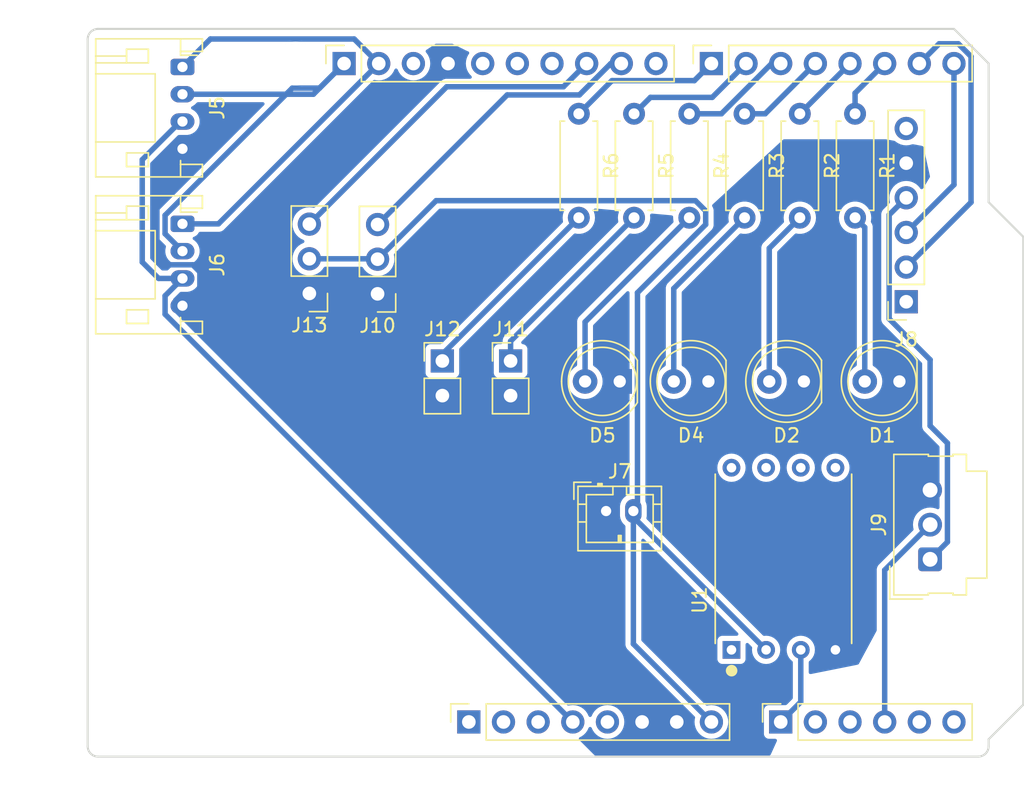
<source format=kicad_pcb>
(kicad_pcb (version 20240108) (generator "pcbnew") (generator_version "8.0")
  (title_block (date "mar. 31 mars 2015"))
  (layers (0 "F.Cu" signal) (31 "B.Cu" signal) (34 "B.Paste" user) (35 "F.Paste" user) (36 "B.SilkS" user "B.Silkscreen") (37 "F.SilkS" user "F.Silkscreen") (38 "B.Mask" user) (39 "F.Mask" user) (44 "Edge.Cuts" user))
  (net 0 "")
  (net 1 "GND")
  (net 3 "+5V")
  (net 4 "/IOREF")
  (net 5 "/A0")
  (net 6 "/A1")
  (net 7 "/A2")
  (net 8 "/A3")
  (net 9 "/SDA{slash}A4")
  (net 10 "/SCL{slash}A5")
  (net 11 "/13")
  (net 12 "/12")
  (net 13 "/AREF")
  (net 14 "/8")
  (net 15 "/7")
  (net 16 "/*11")
  (net 17 "/*10")
  (net 18 "/*9")
  (net 19 "/4")
  (net 20 "/2")
  (net 21 "/*6")
  (net 22 "/*5")
  (net 23 "/TX{slash}1")
  (net 24 "/*3")
  (net 25 "/RX{slash}0")
  (net 26 "+3V3")
  (net 27 "VCC")
  (net 28 "/~{RESET}")
  (net 29 "Net-(D1-A)")
  (net 30 "Net-(D2-A)")
  (net 31 "Net-(D4-A)")
  (net 32 "Net-(D5-A)")
  (net 35 "Net-(J11-Pin_1)")
  (net 36 "Net-(J12-Pin_1)")
  (footprint "Connector_PinSocket_2.54mm:PinSocket_1x08_P2.54mm_Vertical" (layer "F.Cu") (at 127.94 97.46 90)
    (property "Reference" "J1" (hide yes))
    (property "Value" "Power")
    (fp_line (start 1.33 -1.33) (end 1.33 0) (stroke (width 0.12)) (layer "F.SilkS"))
    (fp_line (start 0 -1.33) (end 1.33 -1.33) (stroke (width 0.12)) (layer "F.SilkS"))
    (fp_line (start 1.33 1.27) (end 1.33 19.11) (stroke (width 0.12)) (layer "F.SilkS"))
    (fp_line (start -1.33 1.27) (end 1.33 1.27) (stroke (width 0.12)) (layer "F.SilkS"))
    (fp_line (start -1.33 1.27) (end -1.33 19.11) (stroke (width 0.12)) (layer "F.SilkS"))
    (fp_line (start -1.33 19.11) (end 1.33 19.11) (stroke (width 0.12)) (layer "F.SilkS"))
    (pad "1" thru_hole rect (at 0 0 90) (size 1.7 1.7) (drill 1) (layers "*.Cu" "*.Mask"))
    (pad "2" thru_hole oval (at 0 2.54 90) (size 1.7 1.7) (drill 1) (layers "*.Cu" "*.Mask") (net 4 "/IOREF"))
    (pad "3" thru_hole oval (at 0 5.08 90) (size 1.7 1.7) (drill 1) (layers "*.Cu" "*.Mask") (net 28 "/~{RESET}"))
    (pad "4" thru_hole oval (at 0 7.62 90) (size 1.7 1.7) (drill 1) (layers "*.Cu" "*.Mask") (net 26 "+3V3"))
    (pad "5" thru_hole oval (at 0 10.16 90) (size 1.7 1.7) (drill 1) (layers "*.Cu" "*.Mask") (net 3 "+5V"))
    (pad "6" thru_hole oval (at 0 12.7 90) (size 1.7 1.7) (drill 1) (layers "*.Cu" "*.Mask") (net 1 "GND"))
    (pad "7" thru_hole oval (at 0 15.24 90) (size 1.7 1.7) (drill 1) (layers "*.Cu" "*.Mask") (net 1 "GND"))
    (pad "8" thru_hole oval (at 0 17.78 90) (size 1.7 1.7) (drill 1) (layers "*.Cu" "*.Mask") (net 27 "VCC"))
  )
  (footprint "Connector_PinSocket_2.54mm:PinSocket_1x06_P2.54mm_Vertical" (layer "F.Cu") (at 150.8 97.46 90)
    (property "Reference" "J3" (hide yes))
    (property "Value" "Analog")
    (fp_line (start 1.33 -1.33) (end 1.33 0) (stroke (width 0.12)) (layer "F.SilkS"))
    (fp_line (start 0 -1.33) (end 1.33 -1.33) (stroke (width 0.12)) (layer "F.SilkS"))
    (fp_line (start 1.33 1.27) (end 1.33 14.03) (stroke (width 0.12)) (layer "F.SilkS"))
    (fp_line (start -1.33 1.27) (end 1.33 1.27) (stroke (width 0.12)) (layer "F.SilkS"))
    (fp_line (start -1.33 1.27) (end -1.33 14.03) (stroke (width 0.12)) (layer "F.SilkS"))
    (fp_line (start -1.33 14.03) (end 1.33 14.03) (stroke (width 0.12)) (layer "F.SilkS"))
    (pad "1" thru_hole rect (at 0 0 90) (size 1.7 1.7) (drill 1) (layers "*.Cu" "*.Mask") (net 5 "/A0"))
    (pad "2" thru_hole oval (at 0 2.54 90) (size 1.7 1.7) (drill 1) (layers "*.Cu" "*.Mask") (net 6 "/A1"))
    (pad "3" thru_hole oval (at 0 5.08 90) (size 1.7 1.7) (drill 1) (layers "*.Cu" "*.Mask") (net 7 "/A2"))
    (pad "4" thru_hole oval (at 0 7.62 90) (size 1.7 1.7) (drill 1) (layers "*.Cu" "*.Mask") (net 8 "/A3"))
    (pad "5" thru_hole oval (at 0 10.16 90) (size 1.7 1.7) (drill 1) (layers "*.Cu" "*.Mask") (net 9 "/SDA{slash}A4"))
    (pad "6" thru_hole oval (at 0 12.7 90) (size 1.7 1.7) (drill 1) (layers "*.Cu" "*.Mask") (net 10 "/SCL{slash}A5"))
  )
  (footprint "Connector_PinSocket_2.54mm:PinSocket_1x10_P2.54mm_Vertical" (layer "F.Cu") (at 118.796 49.2 90)
    (property "Reference" "J2" (hide yes))
    (property "Value" "Digital/PWM")
    (fp_line (start 1.33 -1.33) (end 1.33 0) (stroke (width 0.12)) (layer "F.SilkS"))
    (fp_line (start 0 -1.33) (end 1.33 -1.33) (stroke (width 0.12)) (layer "F.SilkS"))
    (fp_line (start 1.33 1.27) (end 1.33 24.19) (stroke (width 0.12)) (layer "F.SilkS"))
    (fp_line (start -1.33 1.27) (end 1.33 1.27) (stroke (width 0.12)) (layer "F.SilkS"))
    (fp_line (start -1.33 1.27) (end -1.33 24.19) (stroke (width 0.12)) (layer "F.SilkS"))
    (fp_line (start -1.33 24.19) (end 1.33 24.19) (stroke (width 0.12)) (layer "F.SilkS"))
    (pad "1" thru_hole rect (at 0 0 90) (size 1.7 1.7) (drill 1) (layers "*.Cu" "*.Mask") (net 10 "/SCL{slash}A5"))
    (pad "2" thru_hole oval (at 0 2.54 90) (size 1.7 1.7) (drill 1) (layers "*.Cu" "*.Mask") (net 9 "/SDA{slash}A4"))
    (pad "3" thru_hole oval (at 0 5.08 90) (size 1.7 1.7) (drill 1) (layers "*.Cu" "*.Mask") (net 13 "/AREF"))
    (pad "4" thru_hole oval (at 0 7.62 90) (size 1.7 1.7) (drill 1) (layers "*.Cu" "*.Mask") (net 1 "GND"))
    (pad "5" thru_hole oval (at 0 10.16 90) (size 1.7 1.7) (drill 1) (layers "*.Cu" "*.Mask") (net 11 "/13"))
    (pad "6" thru_hole oval (at 0 12.7 90) (size 1.7 1.7) (drill 1) (layers "*.Cu" "*.Mask") (net 12 "/12"))
    (pad "7" thru_hole oval (at 0 15.24 90) (size 1.7 1.7) (drill 1) (layers "*.Cu" "*.Mask") (net 16 "/*11"))
    (pad "8" thru_hole oval (at 0 17.78 90) (size 1.7 1.7) (drill 1) (layers "*.Cu" "*.Mask") (net 17 "/*10"))
    (pad "9" thru_hole oval (at 0 20.32 90) (size 1.7 1.7) (drill 1) (layers "*.Cu" "*.Mask") (net 18 "/*9"))
    (pad "10" thru_hole oval (at 0 22.86 90) (size 1.7 1.7) (drill 1) (layers "*.Cu" "*.Mask") (net 14 "/8"))
  )
  (footprint "Connector_PinSocket_2.54mm:PinSocket_1x08_P2.54mm_Vertical" (layer "F.Cu") (at 145.72 49.2 90)
    (property "Reference" "J4" (hide yes))
    (property "Value" "Digital/PWM")
    (fp_line (start 1.33 -1.33) (end 1.33 0) (stroke (width 0.12)) (layer "F.SilkS"))
    (fp_line (start 0 -1.33) (end 1.33 -1.33) (stroke (width 0.12)) (layer "F.SilkS"))
    (fp_line (start 1.33 1.27) (end 1.33 19.11) (stroke (width 0.12)) (layer "F.SilkS"))
    (fp_line (start -1.33 1.27) (end 1.33 1.27) (stroke (width 0.12)) (layer "F.SilkS"))
    (fp_line (start -1.33 1.27) (end -1.33 19.11) (stroke (width 0.12)) (layer "F.SilkS"))
    (fp_line (start -1.33 19.11) (end 1.33 19.11) (stroke (width 0.12)) (layer "F.SilkS"))
    (pad "1" thru_hole rect (at 0 0 90) (size 1.7 1.7) (drill 1) (layers "*.Cu" "*.Mask") (net 15 "/7"))
    (pad "2" thru_hole oval (at 0 2.54 90) (size 1.7 1.7) (drill 1) (layers "*.Cu" "*.Mask") (net 21 "/*6"))
    (pad "3" thru_hole oval (at 0 5.08 90) (size 1.7 1.7) (drill 1) (layers "*.Cu" "*.Mask") (net 22 "/*5"))
    (pad "4" thru_hole oval (at 0 7.62 90) (size 1.7 1.7) (drill 1) (layers "*.Cu" "*.Mask") (net 19 "/4"))
    (pad "5" thru_hole oval (at 0 10.16 90) (size 1.7 1.7) (drill 1) (layers "*.Cu" "*.Mask") (net 24 "/*3"))
    (pad "6" thru_hole oval (at 0 12.7 90) (size 1.7 1.7) (drill 1) (layers "*.Cu" "*.Mask") (net 20 "/2"))
    (pad "7" thru_hole oval (at 0 15.24 90) (size 1.7 1.7) (drill 1) (layers "*.Cu" "*.Mask") (net 23 "/TX{slash}1"))
    (pad "8" thru_hole oval (at 0 17.78 90) (size 1.7 1.7) (drill 1) (layers "*.Cu" "*.Mask") (net 25 "/RX{slash}0"))
  )
  (footprint "Connector_PinHeader_2.54mm:PinHeader_1x03_P2.54mm_Vertical" (layer "F.Cu") (at 116.25 66.05 180)
    (property "Reference" "J13" (at 0 -2.33 180) (layer "F.SilkS"))
    (property "Value" "Conn_01x03")
    (fp_line (start 1.33 1.27) (end 1.33 6.41) (stroke (width 0.12)) (layer "F.SilkS"))
    (fp_line (start -1.33 6.41) (end 1.33 6.41) (stroke (width 0.12)) (layer "F.SilkS"))
    (fp_line (start -1.33 1.27) (end 1.33 1.27) (stroke (width 0.12)) (layer "F.SilkS"))
    (fp_line (start -1.33 1.27) (end -1.33 6.41) (stroke (width 0.12)) (layer "F.SilkS"))
    (fp_line (start -1.33 0) (end -1.33 -1.33) (stroke (width 0.12)) (layer "F.SilkS"))
    (fp_line (start -1.33 -1.33) (end 0 -1.33) (stroke (width 0.12)) (layer "F.SilkS"))
    (pad "1" thru_hole rect (at 0 0 180) (size 1.7 1.7) (drill 1) (layers "*.Cu" "*.Mask") (net 1 "GND"))
    (pad "2" thru_hole oval (at 0 2.54 180) (size 1.7 1.7) (drill 1) (layers "*.Cu" "*.Mask") (net 27 "VCC"))
    (pad "3" thru_hole oval (at 0 5.08 180) (size 1.7 1.7) (drill 1) (layers "*.Cu" "*.Mask") (net 17 "/*10"))
  )
  (footprint "LED_THT:LED_D5.0mm" (layer "F.Cu") (at 139 72.5 180)
    (property "Reference" "D5" (at 1.27 -3.96 180) (layer "F.SilkS"))
    (property "Value" "LED")
    (fp_line (start -1.29 -1.545) (end -1.29 1.545) (stroke (width 0.12)) (layer "F.SilkS"))
    (fp_arc (start 4.26 -0.000462) (mid 2.072002 2.880433) (end -1.29 1.54483) (stroke (width 0.12)) (layer "F.SilkS"))
    (fp_arc (start -1.29 -1.54483) (mid 2.072002 -2.880433) (end 4.26 0.000462) (stroke (width 0.12)) (layer "F.SilkS"))
    (fp_circle (center 1.27 0) (end 3.77 0) (stroke (width 0.12)) (fill none) (layer "F.SilkS"))
    (pad "1" thru_hole rect (at 0 0 180) (size 1.8 1.8) (drill 0.9) (layers "*.Cu" "*.Mask") (net 1 "GND"))
    (pad "2" thru_hole circle (at 2.54 0 180) (size 1.8 1.8) (drill 0.9) (layers "*.Cu" "*.Mask") (net 32 "Net-(D5-A)"))
  )
  (footprint "Resistor_THT:R_Axial_DIN0207_L6.3mm_D2.5mm_P7.62mm_Horizontal" (layer "F.Cu") (at 152.2 52.88 -90)
    (property "Reference" "R2" (at 3.81 -2.37 90) (layer "F.SilkS"))
    (property "Value" "220R")
    (fp_line (start 0.54 1.37) (end 7.08 1.37) (stroke (width 0.12)) (layer "F.SilkS"))
    (fp_line (start 7.08 1.37) (end 7.08 1.04) (stroke (width 0.12)) (layer "F.SilkS"))
    (fp_line (start 0.54 1.04) (end 0.54 1.37) (stroke (width 0.12)) (layer "F.SilkS"))
    (fp_line (start 0.54 -1.04) (end 0.54 -1.37) (stroke (width 0.12)) (layer "F.SilkS"))
    (fp_line (start 0.54 -1.37) (end 7.08 -1.37) (stroke (width 0.12)) (layer "F.SilkS"))
    (fp_line (start 7.08 -1.37) (end 7.08 -1.04) (stroke (width 0.12)) (layer "F.SilkS"))
    (pad "1" thru_hole circle (at 0 0 270) (size 1.6 1.6) (drill 0.8) (layers "*.Cu" "*.Mask") (net 24 "/*3"))
    (pad "2" thru_hole oval (at 7.62 0 270) (size 1.6 1.6) (drill 0.8) (layers "*.Cu" "*.Mask") (net 30 "Net-(D2-A)"))
  )
  (footprint "libs:XDCR_SSCDANN150PGAA5" (layer "F.Cu") (at 151 85.5 90)
    (property "Reference" "U1" (at -3.028515 -6.142105 -90) (layer "F.SilkS") (effects (font (size 1.001157 1.001157))))
    (property "Value" "SSCDANN150PGAA5")
    (fp_line (start -6.2 -5) (end 6.2 -5) (stroke (width 0.127)) (layer "F.SilkS"))
    (fp_line (start 6.2 5) (end -6.2 5) (stroke (width 0.127)) (layer "F.SilkS"))
    (fp_circle (center -8.2 -3.9) (end -8.1 -3.9) (stroke (width 0.127)) (fill none) (layer "F.SilkS"))
    (fp_circle (center -8.2 -3.8) (end -7.839447 -3.8) (stroke (width 0.127)) (fill none) (layer "F.SilkS"))
    (fp_circle (center -8.2 -3.8) (end -7.917159 -3.8) (stroke (width 0.127)) (fill none) (layer "F.SilkS"))
    (fp_circle (center -8.2 -3.8) (end -7.976394 -3.8) (stroke (width 0.127)) (fill none) (layer "F.SilkS"))
    (fp_circle (center -8.2 -3.8) (end -8.058581 -3.8) (stroke (width 0.127)) (fill none) (layer "F.SilkS"))
    (fp_circle (center -8.3 -3.8) (end -8.2 -3.8) (stroke (width 0.127)) (fill none) (layer "F.SilkS"))
    (fp_circle (center -8.2 -3.7) (end -8.1 -3.7) (stroke (width 0.127)) (fill none) (layer "F.SilkS"))
    (pad "1" thru_hole rect (at -6.675 -3.81 90) (size 1.3 1.3) (drill 0.7) (layers "*.Cu" "*.Mask"))
    (pad "2" thru_hole circle (at -6.675 -1.27 90) (size 1.3 1.3) (drill 0.7) (layers "*.Cu" "*.Mask") (net 27 "VCC"))
    (pad "3" thru_hole circle (at -6.675 1.27 90) (size 1.3 1.3) (drill 0.7) (layers "*.Cu" "*.Mask") (net 5 "/A0"))
    (pad "4" thru_hole circle (at -6.675 3.81 90) (size 1.3 1.3) (drill 0.7) (layers "*.Cu" "*.Mask") (net 1 "GND"))
    (pad "5" thru_hole circle (at 6.675 3.81 90) (size 1.3 1.3) (drill 0.7) (layers "*.Cu" "*.Mask"))
    (pad "6" thru_hole circle (at 6.675 1.27 90) (size 1.3 1.3) (drill 0.7) (layers "*.Cu" "*.Mask"))
    (pad "7" thru_hole circle (at 6.675 -1.27 90) (size 1.3 1.3) (drill 0.7) (layers "*.Cu" "*.Mask"))
    (pad "8" thru_hole circle (at 6.675 -3.81 90) (size 1.3 1.3) (drill 0.7) (layers "*.Cu" "*.Mask"))
  )
  (footprint "Resistor_THT:R_Axial_DIN0207_L6.3mm_D2.5mm_P7.62mm_Horizontal" (layer "F.Cu") (at 148.15 52.88 -90)
    (property "Reference" "R3" (at 3.81 -2.37 90) (layer "F.SilkS"))
    (property "Value" "220R")
    (fp_line (start 0.54 1.37) (end 7.08 1.37) (stroke (width 0.12)) (layer "F.SilkS"))
    (fp_line (start 7.08 1.37) (end 7.08 1.04) (stroke (width 0.12)) (layer "F.SilkS"))
    (fp_line (start 0.54 1.04) (end 0.54 1.37) (stroke (width 0.12)) (layer "F.SilkS"))
    (fp_line (start 0.54 -1.04) (end 0.54 -1.37) (stroke (width 0.12)) (layer "F.SilkS"))
    (fp_line (start 0.54 -1.37) (end 7.08 -1.37) (stroke (width 0.12)) (layer "F.SilkS"))
    (fp_line (start 7.08 -1.37) (end 7.08 -1.04) (stroke (width 0.12)) (layer "F.SilkS"))
    (pad "1" thru_hole circle (at 0 0 270) (size 1.6 1.6) (drill 0.8) (layers "*.Cu" "*.Mask") (net 19 "/4"))
    (pad "2" thru_hole oval (at 7.62 0 270) (size 1.6 1.6) (drill 0.8) (layers "*.Cu" "*.Mask") (net 31 "Net-(D4-A)"))
  )
  (footprint "Connector_PinHeader_2.54mm:PinHeader_1x03_P2.54mm_Vertical" (layer "F.Cu") (at 121.25 66.08 180)
    (property "Reference" "J10" (at 0 -2.33 180) (layer "F.SilkS"))
    (property "Value" "Conn_01x03")
    (fp_line (start 1.33 1.27) (end 1.33 6.41) (stroke (width 0.12)) (layer "F.SilkS"))
    (fp_line (start -1.33 6.41) (end 1.33 6.41) (stroke (width 0.12)) (layer "F.SilkS"))
    (fp_line (start -1.33 1.27) (end 1.33 1.27) (stroke (width 0.12)) (layer "F.SilkS"))
    (fp_line (start -1.33 1.27) (end -1.33 6.41) (stroke (width 0.12)) (layer "F.SilkS"))
    (fp_line (start -1.33 0) (end -1.33 -1.33) (stroke (width 0.12)) (layer "F.SilkS"))
    (fp_line (start -1.33 -1.33) (end 0 -1.33) (stroke (width 0.12)) (layer "F.SilkS"))
    (pad "1" thru_hole rect (at 0 0 180) (size 1.7 1.7) (drill 1) (layers "*.Cu" "*.Mask") (net 1 "GND"))
    (pad "2" thru_hole oval (at 0 2.54 180) (size 1.7 1.7) (drill 1) (layers "*.Cu" "*.Mask") (net 27 "VCC"))
    (pad "3" thru_hole oval (at 0 5.08 180) (size 1.7 1.7) (drill 1) (layers "*.Cu" "*.Mask") (net 18 "/*9"))
  )
  (footprint "LED_THT:LED_D5.0mm" (layer "F.Cu") (at 145.5 72.5 180)
    (property "Reference" "D4" (at 1.27 -3.96 180) (layer "F.SilkS"))
    (property "Value" "LED")
    (fp_line (start -1.29 -1.545) (end -1.29 1.545) (stroke (width 0.12)) (layer "F.SilkS"))
    (fp_arc (start 4.26 -0.000462) (mid 2.072002 2.880433) (end -1.29 1.54483) (stroke (width 0.12)) (layer "F.SilkS"))
    (fp_arc (start -1.29 -1.54483) (mid 2.072002 -2.880433) (end 4.26 0.000462) (stroke (width 0.12)) (layer "F.SilkS"))
    (fp_circle (center 1.27 0) (end 3.77 0) (stroke (width 0.12)) (fill none) (layer "F.SilkS"))
    (pad "1" thru_hole rect (at 0 0 180) (size 1.8 1.8) (drill 0.9) (layers "*.Cu" "*.Mask") (net 1 "GND"))
    (pad "2" thru_hole circle (at 2.54 0 180) (size 1.8 1.8) (drill 0.9) (layers "*.Cu" "*.Mask") (net 31 "Net-(D4-A)"))
  )
  (footprint "LED_THT:LED_D5.0mm" (layer "F.Cu") (at 159.5 72.5 180)
    (property "Reference" "D1" (at 1.27 -3.96 180) (layer "F.SilkS"))
    (property "Value" "LED")
    (fp_line (start -1.29 -1.545) (end -1.29 1.545) (stroke (width 0.12)) (layer "F.SilkS"))
    (fp_arc (start 4.26 -0.000462) (mid 2.072002 2.880433) (end -1.29 1.54483) (stroke (width 0.12)) (layer "F.SilkS"))
    (fp_arc (start -1.29 -1.54483) (mid 2.072002 -2.880433) (end 4.26 0.000462) (stroke (width 0.12)) (layer "F.SilkS"))
    (fp_circle (center 1.27 0) (end 3.77 0) (stroke (width 0.12)) (fill none) (layer "F.SilkS"))
    (pad "1" thru_hole rect (at 0 0 180) (size 1.8 1.8) (drill 0.9) (layers "*.Cu" "*.Mask") (net 1 "GND"))
    (pad "2" thru_hole circle (at 2.54 0 180) (size 1.8 1.8) (drill 0.9) (layers "*.Cu" "*.Mask") (net 29 "Net-(D1-A)"))
  )
  (footprint "LED_THT:LED_D5.0mm" (layer "F.Cu") (at 152.5 72.5 180)
    (property "Reference" "D2" (at 1.27 -3.96 180) (layer "F.SilkS"))
    (property "Value" "LED")
    (fp_line (start -1.29 -1.545) (end -1.29 1.545) (stroke (width 0.12)) (layer "F.SilkS"))
    (fp_arc (start 4.26 -0.000462) (mid 2.072002 2.880433) (end -1.29 1.54483) (stroke (width 0.12)) (layer "F.SilkS"))
    (fp_arc (start -1.29 -1.54483) (mid 2.072002 -2.880433) (end 4.26 0.000462) (stroke (width 0.12)) (layer "F.SilkS"))
    (fp_circle (center 1.27 0) (end 3.77 0) (stroke (width 0.12)) (fill none) (layer "F.SilkS"))
    (pad "1" thru_hole rect (at 0 0 180) (size 1.8 1.8) (drill 0.9) (layers "*.Cu" "*.Mask") (net 1 "GND"))
    (pad "2" thru_hole circle (at 2.54 0 180) (size 1.8 1.8) (drill 0.9) (layers "*.Cu" "*.Mask") (net 30 "Net-(D2-A)"))
  )
  (footprint "Connector_PinSocket_2.54mm:PinSocket_1x06_P2.54mm_Vertical" (layer "F.Cu") (at 160 66.66 180)
    (property "Reference" "J8" (at 0 -2.77 180) (layer "F.SilkS"))
    (property "Value" "Conn_01x06")
    (fp_line (start 1.33 1.27) (end 1.33 14.03) (stroke (width 0.12)) (layer "F.SilkS"))
    (fp_line (start 1.33 -1.33) (end 1.33 0) (stroke (width 0.12)) (layer "F.SilkS"))
    (fp_line (start 0 -1.33) (end 1.33 -1.33) (stroke (width 0.12)) (layer "F.SilkS"))
    (fp_line (start -1.33 14.03) (end 1.33 14.03) (stroke (width 0.12)) (layer "F.SilkS"))
    (fp_line (start -1.33 1.27) (end 1.33 1.27) (stroke (width 0.12)) (layer "F.SilkS"))
    (fp_line (start -1.33 1.27) (end -1.33 14.03) (stroke (width 0.12)) (layer "F.SilkS"))
    (pad "1" thru_hole rect (at 0 0 180) (size 1.7 1.7) (drill 1) (layers "*.Cu" "*.Mask"))
    (pad "2" thru_hole oval (at 0 2.54 180) (size 1.7 1.7) (drill 1) (layers "*.Cu" "*.Mask") (net 23 "/TX{slash}1"))
    (pad "3" thru_hole oval (at 0 5.08 180) (size 1.7 1.7) (drill 1) (layers "*.Cu" "*.Mask") (net 25 "/RX{slash}0"))
    (pad "4" thru_hole oval (at 0 7.62 180) (size 1.7 1.7) (drill 1) (layers "*.Cu" "*.Mask") (net 26 "+3V3"))
    (pad "5" thru_hole oval (at 0 10.16 180) (size 1.7 1.7) (drill 1) (layers "*.Cu" "*.Mask") (net 1 "GND"))
    (pad "6" thru_hole oval (at 0 12.7 180) (size 1.7 1.7) (drill 1) (layers "*.Cu" "*.Mask"))
  )
  (footprint "Arduino_MountingHole:MountingHole_3.2mm" (layer "F.Cu") (at 115.24 49.2)
    (property "Reference" "MH1" (hide yes))
    (property "Value" "MountingHole_3.2mm" (hide yes))
    (pad "" np_thru_hole circle (at 0 0) (size 3.2 3.2) (drill 3.2) (layers "*.Cu" "*.Mask"))
  )
  (footprint "Connector_JST:JST_PH_S4B-PH-K_1x04_P2.00mm_Horizontal" (layer "F.Cu") (at 106.95 60.95 -90)
    (property "Reference" "J6" (at 3 -2.55 90) (layer "F.SilkS"))
    (property "Value" "Conn_01x04")
    (fp_line (start -2.06 6.36) (end 8.06 6.36) (stroke (width 0.12)) (layer "F.SilkS"))
    (fp_line (start 0.5 6.36) (end 0.5 2) (stroke (width 0.12)) (layer "F.SilkS"))
    (fp_line (start 8.06 6.36) (end 8.06 -1.46) (stroke (width 0.12)) (layer "F.SilkS"))
    (fp_line (start -1.3 4.1) (end -0.3 4.1) (stroke (width 0.12)) (layer "F.SilkS"))
    (fp_line (start -0.8 4.1) (end -0.8 6.36) (stroke (width 0.12)) (layer "F.SilkS"))
    (fp_line (start -0.3 4.1) (end -0.3 6.36) (stroke (width 0.12)) (layer "F.SilkS"))
    (fp_line (start -0.3 4.1) (end -0.3 2.5) (stroke (width 0.12)) (layer "F.SilkS"))
    (fp_line (start 6.3 4.1) (end 6.3 2.5) (stroke (width 0.12)) (layer "F.SilkS"))
    (fp_line (start 7.3 4.1) (end 6.3 4.1) (stroke (width 0.12)) (layer "F.SilkS"))
    (fp_line (start -1.3 2.5) (end -1.3 4.1) (stroke (width 0.12)) (layer "F.SilkS"))
    (fp_line (start -0.3 2.5) (end -1.3 2.5) (stroke (width 0.12)) (layer "F.SilkS"))
    (fp_line (start 6.3 2.5) (end 7.3 2.5) (stroke (width 0.12)) (layer "F.SilkS"))
    (fp_line (start 7.3 2.5) (end 7.3 4.1) (stroke (width 0.12)) (layer "F.SilkS"))
    (fp_line (start 0.5 2) (end 5.5 2) (stroke (width 0.12)) (layer "F.SilkS"))
    (fp_line (start 5.5 2) (end 5.5 6.36) (stroke (width 0.12)) (layer "F.SilkS"))
    (fp_line (start -2.06 0.14) (end -1.14 0.14) (stroke (width 0.12)) (layer "F.SilkS"))
    (fp_line (start -1.14 0.14) (end -1.14 -1.46) (stroke (width 0.12)) (layer "F.SilkS"))
    (fp_line (start -0.86 0.14) (end -1.14 0.14) (stroke (width 0.12)) (layer "F.SilkS"))
    (fp_line (start -0.86 0.14) (end -0.86 -1.075) (stroke (width 0.12)) (layer "F.SilkS"))
    (fp_line (start 7.14 0.14) (end 6.86 0.14) (stroke (width 0.12)) (layer "F.SilkS"))
    (fp_line (start 8.06 0.14) (end 7.14 0.14) (stroke (width 0.12)) (layer "F.SilkS"))
    (fp_line (start -2.06 -1.46) (end -2.06 6.36) (stroke (width 0.12)) (layer "F.SilkS"))
    (fp_line (start -1.14 -1.46) (end -2.06 -1.46) (stroke (width 0.12)) (layer "F.SilkS"))
    (fp_line (start 7.14 -1.46) (end 7.14 0.14) (stroke (width 0.12)) (layer "F.SilkS"))
    (fp_line (start 8.06 -1.46) (end 7.14 -1.46) (stroke (width 0.12)) (layer "F.SilkS"))
    (pad "1" thru_hole roundrect (at 0 0 270) (size 1.2 1.75) (drill 0.75) (layers "*.Cu" "*.Mask") (roundrect_rratio 0.2083333333) (net 9 "/SDA{slash}A4"))
    (pad "2" thru_hole oval (at 2 0 270) (size 1.2 1.75) (drill 0.75) (layers "*.Cu" "*.Mask") (net 10 "/SCL{slash}A5"))
    (pad "3" thru_hole oval (at 4 0 270) (size 1.2 1.75) (drill 0.75) (layers "*.Cu" "*.Mask") (net 26 "+3V3"))
    (pad "4" thru_hole oval (at 6 0 270) (size 1.2 1.75) (drill 0.75) (layers "*.Cu" "*.Mask") (net 1 "GND"))
  )
  (footprint "Resistor_THT:R_Axial_DIN0207_L6.3mm_D2.5mm_P7.62mm_Horizontal" (layer "F.Cu") (at 144.1 52.88 -90)
    (property "Reference" "R4" (at 3.81 -2.37 90) (layer "F.SilkS"))
    (property "Value" "220R")
    (fp_line (start 0.54 1.37) (end 7.08 1.37) (stroke (width 0.12)) (layer "F.SilkS"))
    (fp_line (start 7.08 1.37) (end 7.08 1.04) (stroke (width 0.12)) (layer "F.SilkS"))
    (fp_line (start 0.54 1.04) (end 0.54 1.37) (stroke (width 0.12)) (layer "F.SilkS"))
    (fp_line (start 0.54 -1.04) (end 0.54 -1.37) (stroke (width 0.12)) (layer "F.SilkS"))
    (fp_line (start 0.54 -1.37) (end 7.08 -1.37) (stroke (width 0.12)) (layer "F.SilkS"))
    (fp_line (start 7.08 -1.37) (end 7.08 -1.04) (stroke (width 0.12)) (layer "F.SilkS"))
    (pad "1" thru_hole circle (at 0 0 270) (size 1.6 1.6) (drill 0.8) (layers "*.Cu" "*.Mask") (net 22 "/*5"))
    (pad "2" thru_hole oval (at 7.62 0 270) (size 1.6 1.6) (drill 0.8) (layers "*.Cu" "*.Mask") (net 32 "Net-(D5-A)"))
  )
  (footprint "Connector_PinHeader_2.54mm:PinHeader_1x02_P2.54mm_Vertical" (layer "F.Cu") (at 126 71)
    (property "Reference" "J12" (at 0 -2.33 0) (layer "F.SilkS"))
    (property "Value" "Conn_01x02")
    (fp_line (start -1.33 -1.33) (end 0 -1.33) (stroke (width 0.12)) (layer "F.SilkS"))
    (fp_line (start -1.33 0) (end -1.33 -1.33) (stroke (width 0.12)) (layer "F.SilkS"))
    (fp_line (start -1.33 1.27) (end -1.33 3.87) (stroke (width 0.12)) (layer "F.SilkS"))
    (fp_line (start -1.33 1.27) (end 1.33 1.27) (stroke (width 0.12)) (layer "F.SilkS"))
    (fp_line (start -1.33 3.87) (end 1.33 3.87) (stroke (width 0.12)) (layer "F.SilkS"))
    (fp_line (start 1.33 1.27) (end 1.33 3.87) (stroke (width 0.12)) (layer "F.SilkS"))
    (pad "1" thru_hole rect (at 0 0) (size 1.7 1.7) (drill 1) (layers "*.Cu" "*.Mask") (net 36 "Net-(J12-Pin_1)"))
    (pad "2" thru_hole oval (at 0 2.54) (size 1.7 1.7) (drill 1) (layers "*.Cu" "*.Mask") (net 1 "GND"))
  )
  (footprint "Resistor_THT:R_Axial_DIN0207_L6.3mm_D2.5mm_P7.62mm_Horizontal" (layer "F.Cu") (at 140.05 52.88 -90)
    (property "Reference" "R5" (at 3.81 -2.37 90) (layer "F.SilkS"))
    (property "Value" "220R")
    (fp_line (start 0.54 1.37) (end 7.08 1.37) (stroke (width 0.12)) (layer "F.SilkS"))
    (fp_line (start 7.08 1.37) (end 7.08 1.04) (stroke (width 0.12)) (layer "F.SilkS"))
    (fp_line (start 0.54 1.04) (end 0.54 1.37) (stroke (width 0.12)) (layer "F.SilkS"))
    (fp_line (start 0.54 -1.04) (end 0.54 -1.37) (stroke (width 0.12)) (layer "F.SilkS"))
    (fp_line (start 0.54 -1.37) (end 7.08 -1.37) (stroke (width 0.12)) (layer "F.SilkS"))
    (fp_line (start 7.08 -1.37) (end 7.08 -1.04) (stroke (width 0.12)) (layer "F.SilkS"))
    (pad "1" thru_hole circle (at 0 0 270) (size 1.6 1.6) (drill 0.8) (layers "*.Cu" "*.Mask") (net 21 "/*6"))
    (pad "2" thru_hole oval (at 7.62 0 270) (size 1.6 1.6) (drill 0.8) (layers "*.Cu" "*.Mask") (net 35 "Net-(J11-Pin_1)"))
  )
  (footprint "Connector_JST:JST_PH_B2B-PH-K_1x02_P2.00mm_Vertical" (layer "F.Cu") (at 138 82)
    (property "Reference" "J7" (at 1 -2.9 0) (layer "F.SilkS"))
    (property "Value" "Conn_01x02")
    (fp_line (start -2.36 -2.11) (end -2.36 -0.86) (stroke (width 0.12)) (layer "F.SilkS"))
    (fp_line (start -2.06 -1.81) (end -2.06 2.91) (stroke (width 0.12)) (layer "F.SilkS"))
    (fp_line (start -2.06 -0.5) (end -1.45 -0.5) (stroke (width 0.12)) (layer "F.SilkS"))
    (fp_line (start -2.06 0.8) (end -1.45 0.8) (stroke (width 0.12)) (layer "F.SilkS"))
    (fp_line (start -2.06 2.91) (end 4.06 2.91) (stroke (width 0.12)) (layer "F.SilkS"))
    (fp_line (start -1.45 -1.2) (end -1.45 2.3) (stroke (width 0.12)) (layer "F.SilkS"))
    (fp_line (start -1.45 2.3) (end 3.45 2.3) (stroke (width 0.12)) (layer "F.SilkS"))
    (fp_line (start -1.11 -2.11) (end -2.36 -2.11) (stroke (width 0.12)) (layer "F.SilkS"))
    (fp_line (start -0.6 -2.01) (end -0.6 -1.81) (stroke (width 0.12)) (layer "F.SilkS"))
    (fp_line (start -0.3 -2.01) (end -0.6 -2.01) (stroke (width 0.12)) (layer "F.SilkS"))
    (fp_line (start -0.3 -1.91) (end -0.6 -1.91) (stroke (width 0.12)) (layer "F.SilkS"))
    (fp_line (start -0.3 -1.81) (end -0.3 -2.01) (stroke (width 0.12)) (layer "F.SilkS"))
    (fp_line (start 0.5 -1.81) (end 0.5 -1.2) (stroke (width 0.12)) (layer "F.SilkS"))
    (fp_line (start 0.5 -1.2) (end -1.45 -1.2) (stroke (width 0.12)) (layer "F.SilkS"))
    (fp_line (start 0.9 1.8) (end 1.1 1.8) (stroke (width 0.12)) (layer "F.SilkS"))
    (fp_line (start 0.9 2.3) (end 0.9 1.8) (stroke (width 0.12)) (layer "F.SilkS"))
    (fp_line (start 1 2.3) (end 1 1.8) (stroke (width 0.12)) (layer "F.SilkS"))
    (fp_line (start 1.1 1.8) (end 1.1 2.3) (stroke (width 0.12)) (layer "F.SilkS"))
    (fp_line (start 1.5 -1.2) (end 1.5 -1.81) (stroke (width 0.12)) (layer "F.SilkS"))
    (fp_line (start 3.45 -1.2) (end 1.5 -1.2) (stroke (width 0.12)) (layer "F.SilkS"))
    (fp_line (start 3.45 2.3) (end 3.45 -1.2) (stroke (width 0.12)) (layer "F.SilkS"))
    (fp_line (start 4.06 -1.81) (end -2.06 -1.81) (stroke (width 0.12)) (layer "F.SilkS"))
    (fp_line (start 4.06 -0.5) (end 3.45 -0.5) (stroke (width 0.12)) (layer "F.SilkS"))
    (fp_line (start 4.06 0.8) (end 3.45 0.8) (stroke (width 0.12)) (layer "F.SilkS"))
    (fp_line (start 4.06 2.91) (end 4.06 -1.81) (stroke (width 0.12)) (layer "F.SilkS"))
    (pad "1" thru_hole roundrect (at 0 0) (size 1.2 1.75) (drill 0.75) (layers "*.Cu" "*.Mask") (roundrect_rratio 0.2083333333) (net 1 "GND"))
    (pad "2" thru_hole oval (at 2 0) (size 1.2 1.75) (drill 0.75) (layers "*.Cu" "*.Mask") (net 27 "VCC"))
  )
  (footprint "Connector_JST:JST_PH_S4B-PH-K_1x04_P2.00mm_Horizontal" (layer "F.Cu") (at 106.95 49.45 -90)
    (property "Reference" "J5" (at 3 -2.55 90) (layer "F.SilkS"))
    (property "Value" "Conn_01x04")
    (fp_line (start -2.06 6.36) (end 8.06 6.36) (stroke (width 0.12)) (layer "F.SilkS"))
    (fp_line (start 0.5 6.36) (end 0.5 2) (stroke (width 0.12)) (layer "F.SilkS"))
    (fp_line (start 8.06 6.36) (end 8.06 -1.46) (stroke (width 0.12)) (layer "F.SilkS"))
    (fp_line (start -1.3 4.1) (end -0.3 4.1) (stroke (width 0.12)) (layer "F.SilkS"))
    (fp_line (start -0.8 4.1) (end -0.8 6.36) (stroke (width 0.12)) (layer "F.SilkS"))
    (fp_line (start -0.3 4.1) (end -0.3 6.36) (stroke (width 0.12)) (layer "F.SilkS"))
    (fp_line (start -0.3 4.1) (end -0.3 2.5) (stroke (width 0.12)) (layer "F.SilkS"))
    (fp_line (start 6.3 4.1) (end 6.3 2.5) (stroke (width 0.12)) (layer "F.SilkS"))
    (fp_line (start 7.3 4.1) (end 6.3 4.1) (stroke (width 0.12)) (layer "F.SilkS"))
    (fp_line (start -1.3 2.5) (end -1.3 4.1) (stroke (width 0.12)) (layer "F.SilkS"))
    (fp_line (start -0.3 2.5) (end -1.3 2.5) (stroke (width 0.12)) (layer "F.SilkS"))
    (fp_line (start 6.3 2.5) (end 7.3 2.5) (stroke (width 0.12)) (layer "F.SilkS"))
    (fp_line (start 7.3 2.5) (end 7.3 4.1) (stroke (width 0.12)) (layer "F.SilkS"))
    (fp_line (start 0.5 2) (end 5.5 2) (stroke (width 0.12)) (layer "F.SilkS"))
    (fp_line (start 5.5 2) (end 5.5 6.36) (stroke (width 0.12)) (layer "F.SilkS"))
    (fp_line (start -2.06 0.14) (end -1.14 0.14) (stroke (width 0.12)) (layer "F.SilkS"))
    (fp_line (start -1.14 0.14) (end -1.14 -1.46) (stroke (width 0.12)) (layer "F.SilkS"))
    (fp_line (start -0.86 0.14) (end -1.14 0.14) (stroke (width 0.12)) (layer "F.SilkS"))
    (fp_line (start -0.86 0.14) (end -0.86 -1.075) (stroke (width 0.12)) (layer "F.SilkS"))
    (fp_line (start 7.14 0.14) (end 6.86 0.14) (stroke (width 0.12)) (layer "F.SilkS"))
    (fp_line (start 8.06 0.14) (end 7.14 0.14) (stroke (width 0.12)) (layer "F.SilkS"))
    (fp_line (start -2.06 -1.46) (end -2.06 6.36) (stroke (width 0.12)) (layer "F.SilkS"))
    (fp_line (start -1.14 -1.46) (end -2.06 -1.46) (stroke (width 0.12)) (layer "F.SilkS"))
    (fp_line (start 7.14 -1.46) (end 7.14 0.14) (stroke (width 0.12)) (layer "F.SilkS"))
    (fp_line (start 8.06 -1.46) (end 7.14 -1.46) (stroke (width 0.12)) (layer "F.SilkS"))
    (pad "1" thru_hole roundrect (at 0 0 270) (size 1.2 1.75) (drill 0.75) (layers "*.Cu" "*.Mask") (roundrect_rratio 0.2083333333) (net 9 "/SDA{slash}A4"))
    (pad "2" thru_hole oval (at 2 0 270) (size 1.2 1.75) (drill 0.75) (layers "*.Cu" "*.Mask") (net 10 "/SCL{slash}A5"))
    (pad "3" thru_hole oval (at 4 0 270) (size 1.2 1.75) (drill 0.75) (layers "*.Cu" "*.Mask") (net 26 "+3V3"))
    (pad "4" thru_hole oval (at 6 0 270) (size 1.2 1.75) (drill 0.75) (layers "*.Cu" "*.Mask") (net 1 "GND"))
  )
  (footprint "Connector_PinHeader_2.54mm:PinHeader_1x02_P2.54mm_Vertical" (layer "F.Cu") (at 131 71)
    (property "Reference" "J11" (at 0 -2.33 0) (layer "F.SilkS"))
    (property "Value" "Conn_01x02")
    (fp_line (start -1.33 -1.33) (end 0 -1.33) (stroke (width 0.12)) (layer "F.SilkS"))
    (fp_line (start -1.33 0) (end -1.33 -1.33) (stroke (width 0.12)) (layer "F.SilkS"))
    (fp_line (start -1.33 1.27) (end -1.33 3.87) (stroke (width 0.12)) (layer "F.SilkS"))
    (fp_line (start -1.33 1.27) (end 1.33 1.27) (stroke (width 0.12)) (layer "F.SilkS"))
    (fp_line (start -1.33 3.87) (end 1.33 3.87) (stroke (width 0.12)) (layer "F.SilkS"))
    (fp_line (start 1.33 1.27) (end 1.33 3.87) (stroke (width 0.12)) (layer "F.SilkS"))
    (pad "1" thru_hole rect (at 0 0) (size 1.7 1.7) (drill 1) (layers "*.Cu" "*.Mask") (net 35 "Net-(J11-Pin_1)"))
    (pad "2" thru_hole oval (at 0 2.54) (size 1.7 1.7) (drill 1) (layers "*.Cu" "*.Mask") (net 1 "GND"))
  )
  (footprint "Resistor_THT:R_Axial_DIN0207_L6.3mm_D2.5mm_P7.62mm_Horizontal" (layer "F.Cu") (at 156.25 52.88 -90)
    (property "Reference" "R1" (at 3.81 -2.37 90) (layer "F.SilkS"))
    (property "Value" "220R")
    (fp_line (start 0.54 1.37) (end 7.08 1.37) (stroke (width 0.12)) (layer "F.SilkS"))
    (fp_line (start 7.08 1.37) (end 7.08 1.04) (stroke (width 0.12)) (layer "F.SilkS"))
    (fp_line (start 0.54 1.04) (end 0.54 1.37) (stroke (width 0.12)) (layer "F.SilkS"))
    (fp_line (start 0.54 -1.04) (end 0.54 -1.37) (stroke (width 0.12)) (layer "F.SilkS"))
    (fp_line (start 0.54 -1.37) (end 7.08 -1.37) (stroke (width 0.12)) (layer "F.SilkS"))
    (fp_line (start 7.08 -1.37) (end 7.08 -1.04) (stroke (width 0.12)) (layer "F.SilkS"))
    (pad "1" thru_hole circle (at 0 0 270) (size 1.6 1.6) (drill 0.8) (layers "*.Cu" "*.Mask") (net 20 "/2"))
    (pad "2" thru_hole oval (at 7.62 0 270) (size 1.6 1.6) (drill 0.8) (layers "*.Cu" "*.Mask") (net 29 "Net-(D1-A)"))
  )
  (footprint "Arduino_MountingHole:MountingHole_3.2mm" (layer "F.Cu") (at 113.97 97.46)
    (property "Reference" "MH2" (hide yes))
    (property "Value" "MountingHole_3.2mm" (hide yes))
    (pad "" np_thru_hole circle (at 0 0) (size 3.2 3.2) (drill 3.2) (layers "*.Cu" "*.Mask"))
  )
  (footprint "Connector_Molex:Molex_SL_171971-0003_1x03_P2.54mm_Vertical" (layer "F.Cu") (at 161.75 85.54 90)
    (property "Reference" "J9" (at 2.54 -3.75 -90) (layer "F.SilkS"))
    (property "Value" "Conn_01x03")
    (fp_line (start -2.91 -2.96) (end -0.5 -2.96) (stroke (width 0.12)) (layer "F.SilkS"))
    (fp_line (start 7.69 -2.66) (end -2.61 -2.66) (stroke (width 0.12)) (layer "F.SilkS"))
    (fp_line (start -2.61 -2.66) (end -2.61 -0.13) (stroke (width 0.12)) (layer "F.SilkS"))
    (fp_line (start -2.91 -0.55) (end -2.91 -2.96) (stroke (width 0.12)) (layer "F.SilkS"))
    (fp_line (start 7.69 -0.13) (end 7.69 -2.66) (stroke (width 0.12)) (layer "F.SilkS"))
    (fp_line (start 7.56 -0.13) (end 7.69 -0.13) (stroke (width 0.12)) (layer "F.SilkS"))
    (fp_line (start -2.48 -0.13) (end -2.48 1.68) (stroke (width 0.12)) (layer "F.SilkS"))
    (fp_line (start -2.61 -0.13) (end -2.48 -0.13) (stroke (width 0.12)) (layer "F.SilkS"))
    (fp_line (start 7.69 1.68) (end 7.56 1.68) (stroke (width 0.12)) (layer "F.SilkS"))
    (fp_line (start 7.56 1.68) (end 7.56 -0.13) (stroke (width 0.12)) (layer "F.SilkS"))
    (fp_line (start -2.48 1.68) (end -2.61 1.68) (stroke (width 0.12)) (layer "F.SilkS"))
    (fp_line (start -2.61 1.68) (end -2.61 2.66) (stroke (width 0.12)) (layer "F.SilkS"))
    (fp_line (start 7.69 2.66) (end 7.69 1.68) (stroke (width 0.12)) (layer "F.SilkS"))
    (fp_line (start 6.46 2.66) (end 7.69 2.66) (stroke (width 0.12)) (layer "F.SilkS"))
    (fp_line (start -1.38 2.66) (end -1.38 4.16) (stroke (width 0.12)) (layer "F.SilkS"))
    (fp_line (start -2.61 2.66) (end -1.38 2.66) (stroke (width 0.12)) (layer "F.SilkS"))
    (fp_line (start 6.46 4.16) (end 6.46 2.66) (stroke (width 0.12)) (layer "F.SilkS"))
    (fp_line (start -1.38 4.16) (end 6.46 4.16) (stroke (width 0.12)) (layer "F.SilkS"))
    (pad "1" thru_hole roundrect (at 0 0 90) (size 1.74 1.74) (drill 1.09) (layers "*.Cu" "*.Mask") (roundrect_rratio 0.1436781609) (net 26 "+3V3"))
    (pad "2" thru_hole circle (at 2.54 0 90) (size 1.74 1.74) (drill 1.09) (layers "*.Cu" "*.Mask") (net 8 "/A3"))
    (pad "3" thru_hole circle (at 5.08 0 90) (size 1.74 1.74) (drill 1.09) (layers "*.Cu" "*.Mask") (net 1 "GND"))
  )
  (footprint "Arduino_MountingHole:MountingHole_3.2mm" (layer "F.Cu") (at 166.04 64.44)
    (property "Reference" "MH3" (hide yes))
    (property "Value" "MountingHole_3.2mm" (hide yes))
    (pad "" np_thru_hole circle (at 0 0) (size 3.2 3.2) (drill 3.2) (layers "*.Cu" "*.Mask"))
  )
  (footprint "Resistor_THT:R_Axial_DIN0207_L6.3mm_D2.5mm_P7.62mm_Horizontal" (layer "F.Cu") (at 136 52.88 -90)
    (property "Reference" "R6" (at 3.81 -2.37 90) (layer "F.SilkS"))
    (property "Value" "220R")
    (fp_line (start 0.54 1.37) (end 7.08 1.37) (stroke (width 0.12)) (layer "F.SilkS"))
    (fp_line (start 7.08 1.37) (end 7.08 1.04) (stroke (width 0.12)) (layer "F.SilkS"))
    (fp_line (start 0.54 1.04) (end 0.54 1.37) (stroke (width 0.12)) (layer "F.SilkS"))
    (fp_line (start 0.54 -1.04) (end 0.54 -1.37) (stroke (width 0.12)) (layer "F.SilkS"))
    (fp_line (start 0.54 -1.37) (end 7.08 -1.37) (stroke (width 0.12)) (layer "F.SilkS"))
    (fp_line (start 7.08 -1.37) (end 7.08 -1.04) (stroke (width 0.12)) (layer "F.SilkS"))
    (pad "1" thru_hole circle (at 0 0 270) (size 1.6 1.6) (drill 0.8) (layers "*.Cu" "*.Mask") (net 15 "/7"))
    (pad "2" thru_hole oval (at 7.62 0 270) (size 1.6 1.6) (drill 0.8) (layers "*.Cu" "*.Mask") (net 36 "Net-(J12-Pin_1)"))
  )
  (footprint "Arduino_MountingHole:MountingHole_3.2mm" (layer "F.Cu") (at 166.04 92.38)
    (property "Reference" "MH4" (hide yes))
    (property "Value" "MountingHole_3.2mm" (hide yes))
    (pad "" np_thru_hole circle (at 0 0) (size 3.2 3.2) (drill 3.2) (layers "*.Cu" "*.Mask"))
  )
  (gr_line (start 166.04 59.36) (end 168.58 61.9) (stroke (width 0.15)) (layer "Edge.Cuts"))
  (gr_line (start 100 99.238) (end 100 47.422) (stroke (width 0.15)) (layer "Edge.Cuts"))
  (gr_line (start 168.58 61.9) (end 168.58 96.19) (stroke (width 0.15)) (layer "Edge.Cuts"))
  (gr_line (start 165.278 100) (end 100.762 100) (stroke (width 0.15)) (layer "Edge.Cuts"))
  (gr_line (start 100.762 46.66) (end 163.5 46.66) (stroke (width 0.15)) (layer "Edge.Cuts"))
  (gr_arc (start 100.762 100) (mid 100.223185 99.776815) (end 100 99.238) (stroke (width 0.15)) (layer "Edge.Cuts"))
  (gr_line (start 168.58 96.19) (end 166.04 98.73) (stroke (width 0.15)) (layer "Edge.Cuts"))
  (gr_line (start 163.5 46.66) (end 166.04 49.2) (stroke (width 0.15)) (layer "Edge.Cuts"))
  (gr_arc (start 166.04 99.238) (mid 165.816815 99.776815) (end 165.278 100) (stroke (width 0.15)) (layer "Edge.Cuts"))
  (gr_line (start 166.04 49.2) (end 166.04 59.36) (stroke (width 0.15)) (layer "Edge.Cuts"))
  (gr_line (start 166.04 98.73) (end 166.04 99.238) (stroke (width 0.15)) (layer "Edge.Cuts"))
  (gr_arc (start 100 47.422) (mid 100.223185 46.883185) (end 100.762 46.66) (stroke (width 0.15)) (layer "Edge.Cuts"))
  (segment (start 108.225 64.475) (end 108.225 65.675) (width 0.4) (layer "B.Cu") (net 1))
  (segment (start 105.075 57.325) (end 105.075 63.285786) (width 0.4) (layer "B.Cu") (net 1))
  (segment (start 105.739214 63.95) (end 107.7 63.95) (width 0.4) (layer "B.Cu") (net 1))
  (segment (start 106.95 55.45) (end 105.075 57.325) (width 0.4) (layer "B.Cu") (net 1))
  (segment (start 107.7 63.95) (end 108.225 64.475) (width 0.4) (layer "B.Cu") (net 1))
  (segment (start 159.5 72.5) (end 159.75 72.75) (width 0.4) (layer "B.Cu") (net 1))
  (segment (start 105.075 63.285786) (end 105.739214 63.95) (width 0.4) (layer "B.Cu") (net 1))
  (segment (start 108.225 65.675) (end 106.95 66.95) (width 0.4) (layer "B.Cu") (net 1))
  (segment (start 152.27 92.175) (end 152.27 95.99) (width 0.4) (layer "B.Cu") (net 5))
  (segment (start 152.27 95.99) (end 150.8 97.46) (width 0.4) (layer "B.Cu") (net 5))
  (segment (start 158.42 97.46) (end 158.42 86.33) (width 0.4) (layer "B.Cu") (net 8))
  (segment (start 158.42 86.33) (end 161.75 83) (width 0.4) (layer "B.Cu") (net 8))
  (segment (start 121.336 49.2) (end 109.586 60.95) (width 0.4) (layer "B.Cu") (net 9))
  (segment (start 109 47.4) (end 119.536 47.4) (width 0.4) (layer "B.Cu") (net 9))
  (segment (start 119.536 47.4) (end 121.336 49.2) (width 0.4) (layer "B.Cu") (net 9))
  (segment (start 109.586 60.95) (end 106.95 60.95) (width 0.4) (layer "B.Cu") (net 9))
  (segment (start 106.95 49.45) (end 109 47.4) (width 0.4) (layer "B.Cu") (net 9))
  (segment (start 106.95 51.45) (end 116.546 51.45) (width 0.4) (layer "B.Cu") (net 10))
  (segment (start 114.998834 51) (end 116.996 51) (width 0.4) (layer "B.Cu") (net 10))
  (segment (start 116.546 51.45) (end 118.796 49.2) (width 0.4) (layer "B.Cu") (net 10))
  (segment (start 116.996 51) (end 118.796 49.2) (width 0.4) (layer "B.Cu") (net 10))
  (segment (start 105.675 61.675) (end 105.675 60.323834) (width 0.4) (layer "B.Cu") (net 10))
  (segment (start 105.675 60.323834) (end 114.998834 51) (width 0.4) (layer "B.Cu") (net 10))
  (segment (start 106.95 62.95) (end 105.675 61.675) (width 0.4) (layer "B.Cu") (net 10))
  (segment (start 136 52.88) (end 138.43 50.45) (width 0.4) (layer "B.Cu") (net 15))
  (segment (start 138.43 50.45) (end 144.47 50.45) (width 0.4) (layer "B.Cu") (net 15))
  (segment (start 144.47 50.45) (end 145.72 49.2) (width 0.4) (layer "B.Cu") (net 15))
  (segment (start 134.876 50.9) (end 136.576 49.2) (width 0.4) (layer "B.Cu") (net 17))
  (segment (start 116.25 60.97) (end 126.32 50.9) (width 0.4) (layer "B.Cu") (net 17))
  (segment (start 126.32 50.9) (end 134.876 50.9) (width 0.4) (layer "B.Cu") (net 17))
  (segment (start 138.343767 49.2) (end 136.043767 51.5) (width 0.4) (layer "B.Cu") (net 18))
  (segment (start 139.116 49.2) (end 138.343767 49.2) (width 0.4) (layer "B.Cu") (net 18))
  (segment (start 136.043767 51.5) (end 130.75 51.5) (width 0.4) (layer "B.Cu") (net 18))
  (segment (start 130.75 51.5) (end 121.25 61) (width 0.4) (layer "B.Cu") (net 18))
  (segment (start 148.15 52.88) (end 149.66 52.88) (width 0.4) (layer "B.Cu") (net 19))
  (segment (start 149.66 52.88) (end 153.34 49.2) (width 0.4) (layer "B.Cu") (net 19))
  (segment (start 156.25 52.88) (end 156.25 51.37) (width 0.4) (layer "B.Cu") (net 20))
  (segment (start 156.25 51.37) (end 158.42 49.2) (width 0.4) (layer "B.Cu") (net 20))
  (segment (start 140.05 52.88) (end 141.25 51.68) (width 0.4) (layer "B.Cu") (net 21))
  (segment (start 141.25 51.68) (end 145.78 51.68) (width 0.4) (layer "B.Cu") (net 21))
  (segment (start 145.78 51.68) (end 148.26 49.2) (width 0.4) (layer "B.Cu") (net 21))
  (segment (start 146.452943 52.88) (end 150.132943 49.2) (width 0.4) (layer "B.Cu") (net 22))
  (segment (start 144.1 52.88) (end 146.452943 52.88) (width 0.4) (layer "B.Cu") (net 22))
  (segment (start 150.132943 49.2) (end 150.8 49.2) (width 0.4) (layer "B.Cu") (net 22))
  (segment (start 164.75 59.37) (end 164.75 48.682233) (width 0.4) (layer "B.Cu") (net 23))
  (segment (start 164.75 48.682233) (end 163.817767 47.75) (width 0.4) (layer "B.Cu") (net 23))
  (segment (start 160 64.12) (end 164.75 59.37) (width 0.4) (layer "B.Cu") (net 23))
  (segment (start 163.817767 47.75) (end 162.41 47.75) (width 0.4) (layer "B.Cu") (net 23))
  (segment (start 162.41 47.75) (end 160.96 49.2) (width 0.4) (layer "B.Cu") (net 23))
  (segment (start 152.2 52.88) (end 155.88 49.2) (width 0.4) (layer "B.Cu") (net 24))
  (segment (start 160 61.58) (end 163.5 58.08) (width 0.4) (layer "B.Cu") (net 25))
  (segment (start 163.5 58.08) (end 163.5 49.2) (width 0.4) (layer "B.Cu") (net 25))
  (segment (start 163.02 84.27) (end 163.02 77.02) (width 0.4) (layer "B.Cu") (net 26))
  (segment (start 106.8 53.45) (end 106.95 53.45) (width 0.4) (layer "B.Cu") (net 26))
  (segment (start 161.75 85.54) (end 163.02 84.27) (width 0.4) (layer "B.Cu") (net 26))
  (segment (start 161.75 75.75) (end 161.75 70.91) (width 0.4) (layer "B.Cu") (net 26))
  (segment (start 106.95 64.95) (end 105.675 66.225) (width 0.4) (layer "B.Cu") (net 26))
  (segment (start 163.02 77.02) (end 161.75 75.75) (width 0.4) (layer "B.Cu") (net 26))
  (segment (start 104 56.25) (end 106.8 53.45) (width 0.4) (layer "B.Cu") (net 26))
  (segment (start 158.75 60.29) (end 160 59.04) (width 0.4) (layer "B.Cu") (net 26))
  (segment (start 161.75 70.91) (end 158.75 67.91) (width 0.4) (layer "B.Cu") (net 26))
  (segment (start 105.675 66.225) (end 105.675 67.575) (width 0.4) (layer "B.Cu") (net 26))
  (segment (start 104 63.75) (end 104 56.25) (width 0.4) (layer "B.Cu") (net 26))
  (segment (start 106.95 64.95) (end 105.2 64.95) (width 0.4) (layer "B.Cu") (net 26))
  (segment (start 105.675 67.575) (end 135.56 97.46) (width 0.4) (layer "B.Cu") (net 26))
  (segment (start 105.2 64.95) (end 104 63.75) (width 0.4) (layer "B.Cu") (net 26))
  (segment (start 158.75 67.91) (end 158.75 60.29) (width 0.4) (layer "B.Cu") (net 26))
  (segment (start 140 82) (end 140 91.74) (width 0.4) (layer "B.Cu") (net 27))
  (segment (start 145.3 60.997057) (end 145.3 60.002943) (width 0.4) (layer "B.Cu") (net 27))
  (segment (start 140 82.445) (end 149.73 92.175) (width 0.4) (layer "B.Cu") (net 27))
  (segment (start 140 91.74) (end 145.72 97.46) (width 0.4) (layer "B.Cu") (net 27))
  (segment (start 140 82) (end 140.3 81.7) (width 0.4) (layer "B.Cu") (net 27))
  (segment (start 116.25 63.51) (end 121.22 63.51) (width 0.4) (layer "B.Cu") (net 27))
  (segment (start 140 82) (end 140 82.445) (width 0.4) (layer "B.Cu") (net 27))
  (segment (start 125.54 59.25) (end 121.25 63.54) (width 0.4) (layer "B.Cu") (net 27))
  (segment (start 140.3 81.7) (end 140.3 65.997057) (width 0.4) (layer "B.Cu") (net 27))
  (segment (start 121.22 63.51) (end 121.25 63.54) (width 0.4) (layer "B.Cu") (net 27))
  (segment (start 140.3 65.997057) (end 145.3 60.997057) (width 0.4) (layer "B.Cu") (net 27))
  (segment (start 144.547057 59.25) (end 125.54 59.25) (width 0.4) (layer "B.Cu") (net 27))
  (segment (start 145.3 60.002943) (end 144.547057 59.25) (width 0.4) (layer "B.Cu") (net 27))
  (segment (start 156.96 72.5) (end 156.96 61.21) (width 0.4) (layer "B.Cu") (net 29))
  (segment (start 156.96 61.21) (end 156.25 60.5) (width 0.4) (layer "B.Cu") (net 29))
  (segment (start 149.96 72.5) (end 149.96 62.74) (width 0.4) (layer "B.Cu") (net 30))
  (segment (start 149.96 62.74) (end 152.2 60.5) (width 0.4) (layer "B.Cu") (net 30))
  (segment (start 142.96 65.69) (end 148.15 60.5) (width 0.4) (layer "B.Cu") (net 31))
  (segment (start 142.96 72.5) (end 142.96 65.69) (width 0.4) (layer "B.Cu") (net 31))
  (segment (start 136.46 72.5) (end 136.46 68.14) (width 0.4) (layer "B.Cu") (net 32))
  (segment (start 136.46 68.14) (end 144.1 60.5) (width 0.4) (layer "B.Cu") (net 32))
  (segment (start 131 69.55) (end 140.05 60.5) (width 0.4) (layer "B.Cu") (net 35))
  (segment (start 131 71) (end 131 69.55) (width 0.4) (layer "B.Cu") (net 35))
  (segment (start 126 71) (end 126 70.5) (width 0.4) (layer "B.Cu") (net 36))
  (segment (start 126 70.5) (end 136 60.5) (width 0.4) (layer "B.Cu") (net 36))
  (zone (net 1) (net_name "GND") (layer "B.Cu") (connect_pads yes (clearance 0.381)) (min_thickness 0.25) (fill yes (thermal_gap 0.5) (thermal_bridge_width 0.5))
    (polygon (pts (xy 158.25 90) (xy 156.5 93.25) (xy 152.75 94) (xy 152.5 94.5) (xy 150 100) (xy 137.25 100) (xy 104.25 67) (xy 103 59.75) (xy 105 47.75) (xy 124 48.75) (xy 125.5 47.75) (xy 126.75 47.75) (xy 127.75 48.25) (xy 129 48.75) (xy 129 50.75) (xy 126.25 51) (xy 116.75 61) (xy 116.75 63.25) (xy 121.25 63.25) (xy 125.25 58.75) (xy 144.75 60.5) (xy 151 54.75) (xy 158.5 54.75) (xy 161.25 55.25) (xy 161.75 57.5) (xy 161 58.75) (xy 167.5 77.5)))
  )
)
</source>
